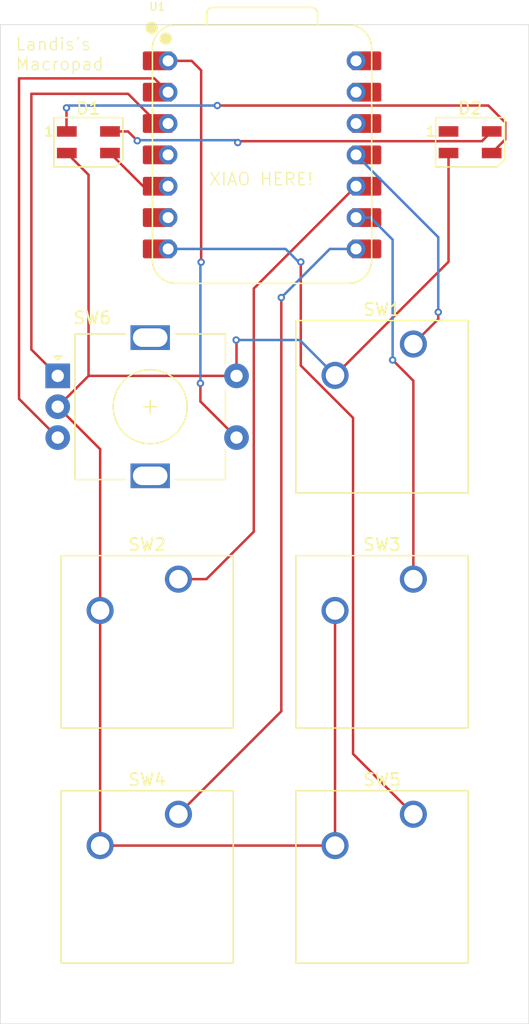
<source format=kicad_pcb>
(kicad_pcb (version 20241229) (generator "pcbnew") (generator_version "9.0")
  (layers (0 "F.Cu" signal) (2 "B.Cu" signal) (13 "F.Paste" user) (15 "B.Paste" user) (5 "F.SilkS" user "F.Silkscreen") (7 "B.SilkS" user "B.Silkscreen") (1 "F.Mask" user) (3 "B.Mask" user) (25 "Edge.Cuts" user))
  (net 0 "")
  (net 1 "+5V")
  (net 2 "GND")
  (net 3 "Net-(D1-DIN)")
  (net 4 "Net-(D1-DOUT)")
  (net 6 "Net-(U1-GPIO3{slash}MOSI)")
  (net 7 "Net-(U1-GPIO4{slash}MISO)")
  (net 8 "Net-(U1-GPIO2{slash}SCK)")
  (net 9 "Net-(U1-GPIO1{slash}RX)")
  (net 10 "Net-(U1-GPIO0{slash}TX)")
  (net 11 "Net-(U1-GPIO28{slash}ADC2{slash}A2)")
  (net 12 "Net-(U1-GPIO27{slash}ADC1{slash}A1)")
  (net 13 "Net-(U1-GPIO26{slash}ADC0{slash}A0)")
  (footprint "Button_Switch_Keyboard:SW_Cherry_MX_1.00u_PCB" (layer "F.Cu") (at 190.65875 118.745)
    (property "Reference" "SW5" (at -2.54 -2.794 0) (layer "F.SilkS"))
    (property "Value" "SW_Push")
    (fp_line (start -9.525 -1.905) (end 4.445 -1.905) (stroke (width 0.12)) (layer "F.SilkS"))
    (fp_line (start -9.525 12.065) (end -9.525 -1.905) (stroke (width 0.12)) (layer "F.SilkS"))
    (fp_line (start 4.445 -1.905) (end 4.445 12.065) (stroke (width 0.12)) (layer "F.SilkS"))
    (fp_line (start 4.445 12.065) (end -9.525 12.065) (stroke (width 0.12)) (layer "F.SilkS"))
    (pad "" np_thru_hole circle (at -7.62 5.08) (size 1.7 1.7) (drill 1.7) (layers "*.Cu" "*.Mask"))
    (pad "" np_thru_hole circle (at -2.54 5.08) (size 4 4) (drill 4) (layers "*.Cu" "*.Mask"))
    (pad "" np_thru_hole circle (at 2.54 5.08) (size 1.7 1.7) (drill 1.7) (layers "*.Cu" "*.Mask"))
    (pad "1" thru_hole circle (at 0 0) (size 2.2 2.2) (drill 1.5) (layers "*.Cu" "*.Mask") (net 10 "Net-(U1-GPIO0{slash}TX)"))
    (pad "2" thru_hole circle (at -6.35 2.54) (size 2.2 2.2) (drill 1.5) (layers "*.Cu" "*.Mask") (net 2 "GND"))
  )
  (footprint "Button_Switch_Keyboard:SW_Cherry_MX_1.00u_PCB" (layer "F.Cu") (at 171.60875 118.745)
    (property "Reference" "SW4" (at -2.54 -2.794 0) (layer "F.SilkS"))
    (property "Value" "SW_Push")
    (fp_line (start -9.525 -1.905) (end 4.445 -1.905) (stroke (width 0.12)) (layer "F.SilkS"))
    (fp_line (start -9.525 12.065) (end -9.525 -1.905) (stroke (width 0.12)) (layer "F.SilkS"))
    (fp_line (start 4.445 -1.905) (end 4.445 12.065) (stroke (width 0.12)) (layer "F.SilkS"))
    (fp_line (start 4.445 12.065) (end -9.525 12.065) (stroke (width 0.12)) (layer "F.SilkS"))
    (pad "" np_thru_hole circle (at -7.62 5.08) (size 1.7 1.7) (drill 1.7) (layers "*.Cu" "*.Mask"))
    (pad "" np_thru_hole circle (at -2.54 5.08) (size 4 4) (drill 4) (layers "*.Cu" "*.Mask"))
    (pad "" np_thru_hole circle (at 2.54 5.08) (size 1.7 1.7) (drill 1.7) (layers "*.Cu" "*.Mask"))
    (pad "1" thru_hole circle (at 0 0) (size 2.2 2.2) (drill 1.5) (layers "*.Cu" "*.Mask") (net 9 "Net-(U1-GPIO1{slash}RX)"))
    (pad "2" thru_hole circle (at -6.35 2.54) (size 2.2 2.2) (drill 1.5) (layers "*.Cu" "*.Mask") (net 2 "GND"))
  )
  (footprint "Button_Switch_Keyboard:SW_Cherry_MX_1.00u_PCB" (layer "F.Cu") (at 171.60875 99.695)
    (property "Reference" "SW2" (at -2.54 -2.794 0) (layer "F.SilkS"))
    (property "Value" "SW_Push")
    (fp_line (start -9.525 -1.905) (end 4.445 -1.905) (stroke (width 0.12)) (layer "F.SilkS"))
    (fp_line (start -9.525 12.065) (end -9.525 -1.905) (stroke (width 0.12)) (layer "F.SilkS"))
    (fp_line (start 4.445 -1.905) (end 4.445 12.065) (stroke (width 0.12)) (layer "F.SilkS"))
    (fp_line (start 4.445 12.065) (end -9.525 12.065) (stroke (width 0.12)) (layer "F.SilkS"))
    (pad "" np_thru_hole circle (at -7.62 5.08) (size 1.7 1.7) (drill 1.7) (layers "*.Cu" "*.Mask"))
    (pad "" np_thru_hole circle (at -2.54 5.08) (size 4 4) (drill 4) (layers "*.Cu" "*.Mask"))
    (pad "" np_thru_hole circle (at 2.54 5.08) (size 1.7 1.7) (drill 1.7) (layers "*.Cu" "*.Mask"))
    (pad "1" thru_hole circle (at 0 0) (size 2.2 2.2) (drill 1.5) (layers "*.Cu" "*.Mask") (net 7 "Net-(U1-GPIO4{slash}MISO)"))
    (pad "2" thru_hole circle (at -6.35 2.54) (size 2.2 2.2) (drill 1.5) (layers "*.Cu" "*.Mask") (net 2 "GND"))
  )
  (footprint "Seeed Studio XIAO Series Library:XIAO-RP2040-DIP" (layer "F.Cu") (at 178.39 65.3185)
    (property "Reference" "U1" (at -8.5 -12 0) (layer "F.SilkS") (effects (font (size 0.635 0.635) (thickness 0.1016))))
    (property "Value" "XIAO-RP2040-DIP")
    (fp_line (start -8.89 8.509) (end -8.89 -8.636) (stroke (width 0.127)) (layer "F.SilkS"))
    (fp_line (start -6.985 10.414) (end 6.985 10.414) (stroke (width 0.127)) (layer "F.SilkS"))
    (fp_line (start -4.495 -10.541) (end -4.491272 -11.451272) (stroke (width 0.127)) (layer "F.SilkS"))
    (fp_line (start -3.991272 -11.951) (end 4.004 -11.951) (stroke (width 0.127)) (layer "F.SilkS"))
    (fp_line (start 4.504 -11.451) (end 4.504 -10.541) (stroke (width 0.127)) (layer "F.SilkS"))
    (fp_line (start 6.985 -10.541) (end -6.985 -10.541) (stroke (width 0.1)) (layer "F.SilkS"))
    (fp_line (start 6.985 -10.541) (end -6.985 -10.541) (stroke (width 0.127)) (layer "F.SilkS"))
    (fp_line (start 8.89 8.509) (end 8.89 -8.636) (stroke (width 0.127)) (layer "F.SilkS"))
    (fp_arc (start -8.89 -8.636) (mid -8.332038 -9.983038) (end -6.985 -10.541) (stroke (width 0.127)) (layer "F.SilkS"))
    (fp_arc (start -6.985 10.414) (mid -8.332038 9.856038) (end -8.89 8.509) (stroke (width 0.127)) (layer "F.SilkS"))
    (fp_arc (start -4.491272 -11.451272) (mid -4.344728 -11.80464) (end -3.991272 -11.951) (stroke (width 0.127)) (layer "F.SilkS"))
    (fp_arc (start 4.004 -11.951) (mid 4.357553 -11.804553) (end 4.504 -11.451) (stroke (width 0.127)) (layer "F.SilkS"))
    (fp_arc (start 6.985 -10.541) (mid 8.332038 -9.983038) (end 8.89 -8.636) (stroke (width 0.127)) (layer "F.SilkS"))
    (fp_arc (start 8.89 8.509) (mid 8.332038 9.856038) (end 6.985 10.414) (stroke (width 0.127)) (layer "F.SilkS"))
    (fp_circle (center -8.95 -10.3) (end -8.95 -10.554) (stroke (width 0.5)) (fill yes) (layer "F.SilkS"))
    (fp_circle (center -7.807 -9.42) (end -7.807 -9.674) (stroke (width 0.5)) (fill yes) (layer "F.SilkS"))
    (pad "1" smd roundrect (at -8.455 -7.62 180) (size 2.432 1.524) (layers "F.Cu" "F.Mask") (roundrect_rratio 0.1) (net 13 "Net-(U1-GPIO26{slash}ADC0{slash}A0)"))
    (pad "1" thru_hole circle (at -7.62 -7.62 180) (size 1.524 1.524) (drill 0.889) (layers "*.Cu" "*.Mask") (net 13 "Net-(U1-GPIO26{slash}ADC0{slash}A0)"))
    (pad "2" smd roundrect (at -8.455 -5.08 180) (size 2.432 1.524) (layers "F.Cu" "F.Mask") (roundrect_rratio 0.1) (net 12 "Net-(U1-GPIO27{slash}ADC1{slash}A1)"))
    (pad "2" thru_hole circle (at -7.62 -5.08 180) (size 1.524 1.524) (drill 0.889) (layers "*.Cu" "*.Mask") (net 12 "Net-(U1-GPIO27{slash}ADC1{slash}A1)"))
    (pad "3" smd roundrect (at -8.455 -2.54 180) (size 2.432 1.524) (layers "F.Cu" "F.Mask") (roundrect_rratio 0.1) (net 11 "Net-(U1-GPIO28{slash}ADC2{slash}A2)"))
    (pad "3" thru_hole circle (at -7.62 -2.54 180) (size 1.524 1.524) (drill 0.889) (layers "*.Cu" "*.Mask") (net 11 "Net-(U1-GPIO28{slash}ADC2{slash}A2)"))
    (pad "4" smd roundrect (at -8.455 0 180) (size 2.432 1.524) (layers "F.Cu" "F.Mask") (roundrect_rratio 0.1))
    (pad "4" thru_hole circle (at -7.62 0 180) (size 1.524 1.524) (drill 0.889) (layers "*.Cu" "*.Mask"))
    (pad "5" smd roundrect (at -8.455 2.54 180) (size 2.432 1.524) (layers "F.Cu" "F.Mask") (roundrect_rratio 0.1) (net 3 "Net-(D1-DIN)"))
    (pad "5" thru_hole circle (at -7.62 2.54 180) (size 1.524 1.524) (drill 0.889) (layers "*.Cu" "*.Mask") (net 3 "Net-(D1-DIN)"))
    (pad "6" smd roundrect (at -8.455 5.08 180) (size 2.432 1.524) (layers "F.Cu" "F.Mask") (roundrect_rratio 0.1))
    (pad "6" thru_hole circle (at -7.62 5.08 180) (size 1.524 1.524) (drill 0.889) (layers "*.Cu" "*.Mask"))
    (pad "7" smd roundrect (at -8.455 7.62 180) (size 2.432 1.524) (layers "F.Cu" "F.Mask") (roundrect_rratio 0.1) (net 10 "Net-(U1-GPIO0{slash}TX)"))
    (pad "7" thru_hole circle (at -7.62 7.62 180) (size 1.524 1.524) (drill 0.889) (layers "*.Cu" "*.Mask") (net 10 "Net-(U1-GPIO0{slash}TX)"))
    (pad "8" thru_hole circle (at 7.62 7.62) (size 1.524 1.524) (drill 0.889) (layers "*.Cu" "*.Mask") (net 9 "Net-(U1-GPIO1{slash}RX)"))
    (pad "8" smd roundrect (at 8.455 7.62) (size 2.432 1.524) (layers "F.Cu" "F.Mask") (roundrect_rratio 0.1) (net 9 "Net-(U1-GPIO1{slash}RX)"))
    (pad "9" thru_hole circle (at 7.62 5.08) (size 1.524 1.524) (drill 0.889) (layers "*.Cu" "*.Mask") (net 8 "Net-(U1-GPIO2{slash}SCK)"))
    (pad "9" smd roundrect (at 8.455 5.08) (size 2.432 1.524) (layers "F.Cu" "F.Mask") (roundrect_rratio 0.1) (net 8 "Net-(U1-GPIO2{slash}SCK)"))
    (pad "10" thru_hole circle (at 7.62 2.54) (size 1.524 1.524) (drill 0.889) (layers "*.Cu" "*.Mask") (net 7 "Net-(U1-GPIO4{slash}MISO)"))
    (pad "10" smd roundrect (at 8.455 2.54) (size 2.432 1.524) (layers "F.Cu" "F.Mask") (roundrect_rratio 0.1) (net 7 "Net-(U1-GPIO4{slash}MISO)"))
    (pad "11" thru_hole circle (at 7.62 0) (size 1.524 1.524) (drill 0.889) (layers "*.Cu" "*.Mask") (net 6 "Net-(U1-GPIO3{slash}MOSI)"))
    (pad "11" smd roundrect (at 8.455 0) (size 2.432 1.524) (layers "F.Cu" "F.Mask") (roundrect_rratio 0.1) (net 6 "Net-(U1-GPIO3{slash}MOSI)"))
    (pad "12" thru_hole circle (at 7.62 -2.54) (size 1.524 1.524) (drill 0.889) (layers "*.Cu" "*.Mask"))
    (pad "12" smd roundrect (at 8.455 -2.54) (size 2.432 1.524) (layers "F.Cu" "F.Mask") (roundrect_rratio 0.1))
    (pad "13" thru_hole circle (at 7.62 -5.08) (size 1.524 1.524) (drill 0.889) (layers "*.Cu" "*.Mask"))
    (pad "13" smd roundrect (at 8.455 -5.08) (size 2.432 1.524) (layers "F.Cu" "F.Mask") (roundrect_rratio 0.1))
    (pad "14" thru_hole circle (at 7.62 -7.62) (size 1.524 1.524) (drill 0.889) (layers "*.Cu" "*.Mask"))
    (pad "14" smd roundrect (at 8.455 -7.62) (size 2.432 1.524) (layers "F.Cu" "F.Mask") (roundrect_rratio 0.1))
  )
  (footprint "LED_SMD:LED_SK6812MINI_PLCC4_3.5x3.5mm_P1.75mm" (layer "F.Cu") (at 164.30625 64.29375)
    (property "Reference" "D1" (at 0 -2.75 0) (layer "F.SilkS"))
    (property "Value" "SK6812MINI")
    (fp_line (start -2.8 -2) (end -2.8 2) (stroke (width 0.12)) (layer "F.SilkS"))
    (fp_line (start -2.8 -2) (end 2.8 -2) (stroke (width 0.12)) (layer "F.SilkS"))
    (fp_line (start -2.8 2) (end 2.2 2) (stroke (width 0.12)) (layer "F.SilkS"))
    (fp_line (start 2.8 1.4) (end 2.2 2) (stroke (width 0.12)) (layer "F.SilkS"))
    (fp_line (start 2.8 1.4) (end 2.8 -2) (stroke (width 0.12)) (layer "F.SilkS"))
    (fp_text user "1" (at -3.2 -0.875 0) (layer "F.SilkS") (effects (font (size 0.8 0.8))))
    (pad "1" smd rect (at -1.75 -0.875) (size 1.6 0.85) (layers "F.Cu" "F.Mask" "F.Paste") (net 4 "Net-(D1-DOUT)"))
    (pad "2" smd rect (at -1.75 0.875) (size 1.6 0.85) (layers "F.Cu" "F.Mask" "F.Paste") (net 2 "GND"))
    (pad "3" smd rect (at 1.75 0.875) (size 1.6 0.85) (layers "F.Cu" "F.Mask" "F.Paste") (net 3 "Net-(D1-DIN)"))
    (pad "4" smd rect (at 1.75 -0.875) (size 1.6 0.85) (layers "F.Cu" "F.Mask" "F.Paste") (net 1 "+5V"))
  )
  (footprint "LED_SMD:LED_SK6812MINI_PLCC4_3.5x3.5mm_P1.75mm" (layer "F.Cu") (at 195.2625 64.29375)
    (property "Reference" "D2" (at 0 -2.75 0) (layer "F.SilkS"))
    (property "Value" "SK6812MINI")
    (fp_line (start -2.8 -2) (end -2.8 2) (stroke (width 0.12)) (layer "F.SilkS"))
    (fp_line (start -2.8 -2) (end 2.8 -2) (stroke (width 0.12)) (layer "F.SilkS"))
    (fp_line (start -2.8 2) (end 2.2 2) (stroke (width 0.12)) (layer "F.SilkS"))
    (fp_line (start 2.8 1.4) (end 2.2 2) (stroke (width 0.12)) (layer "F.SilkS"))
    (fp_line (start 2.8 1.4) (end 2.8 -2) (stroke (width 0.12)) (layer "F.SilkS"))
    (fp_text user "1" (at -3.2 -0.875 0) (layer "F.SilkS") (effects (font (size 0.8 0.8))))
    (pad "1" smd rect (at -1.75 -0.875) (size 1.6 0.85) (layers "F.Cu" "F.Mask" "F.Paste"))
    (pad "2" smd rect (at -1.75 0.875) (size 1.6 0.85) (layers "F.Cu" "F.Mask" "F.Paste") (net 2 "GND"))
    (pad "3" smd rect (at 1.75 0.875) (size 1.6 0.85) (layers "F.Cu" "F.Mask" "F.Paste") (net 4 "Net-(D1-DOUT)"))
    (pad "4" smd rect (at 1.75 -0.875) (size 1.6 0.85) (layers "F.Cu" "F.Mask" "F.Paste") (net 1 "+5V"))
  )
  (footprint "Button_Switch_Keyboard:SW_Cherry_MX_1.00u_PCB" (layer "F.Cu") (at 190.65875 99.695)
    (property "Reference" "SW3" (at -2.54 -2.794 0) (layer "F.SilkS"))
    (property "Value" "SW_Push")
    (fp_line (start -9.525 -1.905) (end 4.445 -1.905) (stroke (width 0.12)) (layer "F.SilkS"))
    (fp_line (start -9.525 12.065) (end -9.525 -1.905) (stroke (width 0.12)) (layer "F.SilkS"))
    (fp_line (start 4.445 -1.905) (end 4.445 12.065) (stroke (width 0.12)) (layer "F.SilkS"))
    (fp_line (start 4.445 12.065) (end -9.525 12.065) (stroke (width 0.12)) (layer "F.SilkS"))
    (pad "" np_thru_hole circle (at -7.62 5.08) (size 1.7 1.7) (drill 1.7) (layers "*.Cu" "*.Mask"))
    (pad "" np_thru_hole circle (at -2.54 5.08) (size 4 4) (drill 4) (layers "*.Cu" "*.Mask"))
    (pad "" np_thru_hole circle (at 2.54 5.08) (size 1.7 1.7) (drill 1.7) (layers "*.Cu" "*.Mask"))
    (pad "1" thru_hole circle (at 0 0) (size 2.2 2.2) (drill 1.5) (layers "*.Cu" "*.Mask") (net 8 "Net-(U1-GPIO2{slash}SCK)"))
    (pad "2" thru_hole circle (at -6.35 2.54) (size 2.2 2.2) (drill 1.5) (layers "*.Cu" "*.Mask") (net 2 "GND"))
  )
  (footprint "Button_Switch_Keyboard:SW_Cherry_MX_1.00u_PCB" (layer "F.Cu") (at 190.65875 80.645)
    (property "Reference" "SW1" (at -2.54 -2.794 0) (layer "F.SilkS"))
    (property "Value" "SW_Push")
    (fp_line (start -9.525 -1.905) (end 4.445 -1.905) (stroke (width 0.12)) (layer "F.SilkS"))
    (fp_line (start -9.525 12.065) (end -9.525 -1.905) (stroke (width 0.12)) (layer "F.SilkS"))
    (fp_line (start 4.445 -1.905) (end 4.445 12.065) (stroke (width 0.12)) (layer "F.SilkS"))
    (fp_line (start 4.445 12.065) (end -9.525 12.065) (stroke (width 0.12)) (layer "F.SilkS"))
    (pad "" np_thru_hole circle (at -7.62 5.08) (size 1.7 1.7) (drill 1.7) (layers "*.Cu" "*.Mask"))
    (pad "" np_thru_hole circle (at -2.54 5.08) (size 4 4) (drill 4) (layers "*.Cu" "*.Mask"))
    (pad "" np_thru_hole circle (at 2.54 5.08) (size 1.7 1.7) (drill 1.7) (layers "*.Cu" "*.Mask"))
    (pad "1" thru_hole circle (at 0 0) (size 2.2 2.2) (drill 1.5) (layers "*.Cu" "*.Mask") (net 6 "Net-(U1-GPIO3{slash}MOSI)"))
    (pad "2" thru_hole circle (at -6.35 2.54) (size 2.2 2.2) (drill 1.5) (layers "*.Cu" "*.Mask") (net 2 "GND"))
  )
  (footprint "Rotary_Encoder:RotaryEncoder_Alps_EC11E-Switch_Vertical_H20mm" (layer "F.Cu") (at 161.81875 83.225)
    (property "Reference" "SW6" (at 2.8 -4.7 0) (layer "F.SilkS"))
    (property "Value" "RotaryEncoder_Switch")
    (fp_line (start -0.3 -1.6) (end 0.3 -1.6) (stroke (width 0.12)) (layer "F.SilkS"))
    (fp_line (start 0 -1.3) (end -0.3 -1.6) (stroke (width 0.12)) (layer "F.SilkS"))
    (fp_line (start 0.3 -1.6) (end 0 -1.3) (stroke (width 0.12)) (layer "F.SilkS"))
    (fp_line (start 1.4 -3.4) (end 1.4 8.4) (stroke (width 0.12)) (layer "F.SilkS"))
    (fp_line (start 5.5 -3.4) (end 1.4 -3.4) (stroke (width 0.12)) (layer "F.SilkS"))
    (fp_line (start 5.5 8.4) (end 1.4 8.4) (stroke (width 0.12)) (layer "F.SilkS"))
    (fp_line (start 7 2.5) (end 8 2.5) (stroke (width 0.12)) (layer "F.SilkS"))
    (fp_line (start 7.5 2) (end 7.5 3) (stroke (width 0.12)) (layer "F.SilkS"))
    (fp_line (start 9.5 -3.4) (end 13.6 -3.4) (stroke (width 0.12)) (layer "F.SilkS"))
    (fp_line (start 13.6 -3.4) (end 13.6 -1) (stroke (width 0.12)) (layer "F.SilkS"))
    (fp_line (start 13.6 1.2) (end 13.6 3.8) (stroke (width 0.12)) (layer "F.SilkS"))
    (fp_line (start 13.6 6) (end 13.6 8.4) (stroke (width 0.12)) (layer "F.SilkS"))
    (fp_line (start 13.6 8.4) (end 9.5 8.4) (stroke (width 0.12)) (layer "F.SilkS"))
    (fp_circle (center 7.5 2.5) (end 10.5 2.5) (stroke (width 0.12)) (fill no) (layer "F.SilkS"))
    (pad "A" thru_hole rect (at 0 0) (size 2 2) (drill 1) (layers "*.Cu" "*.Mask") (net 11 "Net-(U1-GPIO28{slash}ADC2{slash}A2)"))
    (pad "B" thru_hole circle (at 0 5) (size 2 2) (drill 1) (layers "*.Cu" "*.Mask") (net 12 "Net-(U1-GPIO27{slash}ADC1{slash}A1)"))
    (pad "C" thru_hole circle (at 0 2.5) (size 2 2) (drill 1) (layers "*.Cu" "*.Mask") (net 2 "GND"))
    (pad "MP" thru_hole rect (at 7.5 -3.1) (size 3.2 2) (drill oval 2.8 1.5) (layers "*.Cu" "*.Mask"))
    (pad "MP" thru_hole rect (at 7.5 8.1) (size 3.2 2) (drill oval 2.8 1.5) (layers "*.Cu" "*.Mask"))
    (pad "S1" thru_hole circle (at 14.5 5) (size 2 2) (drill 1) (layers "*.Cu" "*.Mask") (net 13 "Net-(U1-GPIO26{slash}ADC0{slash}A0)"))
    (pad "S2" thru_hole circle (at 14.5 0) (size 2 2) (drill 1) (layers "*.Cu" "*.Mask") (net 2 "GND"))
  )
  (gr_rect (start 157.1625 54.76875) (end 200.025 135.73125) (stroke (width 0.05)) (fill no) (layer "Edge.Cuts"))
  (gr_text "XIAO HERE!" (at 174.04 67.87 0) (layer "F.SilkS") (effects (font (size 1 1) (thickness 0.1)) (justify left bottom)))
  (gr_text "Landis's\nMacropad" (at 158.34 58.54 0) (layer "F.SilkS") (effects (font (size 1 1) (thickness 0.1)) (justify left bottom)))
  (segment (start 197.0125 63.41875) (end 196.22125 64.21) (width 0.2) (layer "F.Cu") (net 1))
  (segment (start 196.22125 64.21) (end 176.53 64.21) (width 0.2) (layer "F.Cu") (net 1))
  (segment (start 176.53 64.21) (end 176.42 64.32) (width 0.2) (layer "F.Cu") (net 1))
  (segment (start 168.27 64.17) (end 167.51875 63.41875) (width 0.2) (layer "F.Cu") (net 1))
  (segment (start 167.51875 63.41875) (end 166.05625 63.41875) (width 0.2) (layer "F.Cu") (net 1))
  (via (at 168.27 64.17) (size 0.6) (drill 0.3) (layers "F.Cu" "B.Cu") (net 1))
  (via (at 176.42 64.32) (size 0.6) (drill 0.3) (layers "F.Cu" "B.Cu") (net 1))
  (segment (start 168.87 64.13) (end 168.31 64.13) (width 0.2) (layer "B.Cu") (net 1))
  (segment (start 176.23 64.13) (end 168.87 64.13) (width 0.2) (layer "B.Cu") (net 1))
  (segment (start 176.42 64.32) (end 176.23 64.13) (width 0.2) (layer "B.Cu") (net 1))
  (segment (start 168.31 64.13) (end 168.27 64.17) (width 0.2) (layer "B.Cu") (net 1))
  (segment (start 176.31875 80.34875) (end 176.29 80.32) (width 0.2) (layer "F.Cu") (net 2))
  (segment (start 184.30875 83.185) (end 193.5125 73.98125) (width 0.2) (layer "F.Cu") (net 2))
  (segment (start 161.81875 85.725) (end 164.31875 83.225) (width 0.2) (layer "F.Cu") (net 2))
  (segment (start 176.31875 83.225) (end 176.31875 80.34875) (width 0.2) (layer "F.Cu") (net 2))
  (segment (start 164.31875 66.93125) (end 164.31875 83.225) (width 0.2) (layer "F.Cu") (net 2))
  (segment (start 165.25875 121.285) (end 165.25875 102.235) (width 0.2) (layer "F.Cu") (net 2))
  (segment (start 165.25875 102.235) (end 165.25875 89.165) (width 0.2) (layer "F.Cu") (net 2))
  (segment (start 193.5125 73.98125) (end 193.5125 65.16875) (width 0.2) (layer "F.Cu") (net 2))
  (segment (start 184.30875 121.285) (end 184.30875 102.235) (width 0.2) (layer "F.Cu") (net 2))
  (segment (start 165.25875 121.285) (end 184.30875 121.285) (width 0.2) (layer "F.Cu") (net 2))
  (segment (start 162.55625 65.16875) (end 164.31875 66.93125) (width 0.2) (layer "F.Cu") (net 2))
  (segment (start 165.25875 89.165) (end 161.81875 85.725) (width 0.2) (layer "F.Cu") (net 2))
  (segment (start 165.245 102.235) (end 165.21 102.27) (width 0.2) (layer "F.Cu") (net 2))
  (segment (start 164.31875 83.225) (end 176.31875 83.225) (width 0.2) (layer "F.Cu") (net 2))
  (segment (start 165.25875 102.235) (end 165.245 102.235) (width 0.2) (layer "F.Cu") (net 2))
  (segment (start 193.5125 65.16875) (end 193.46875 65.16875) (width 0.2) (layer "F.Cu") (net 2))
  (via (at 176.29 80.32) (size 0.6) (drill 0.3) (layers "F.Cu" "B.Cu") (net 2))
  (segment (start 181.44375 80.32) (end 184.30875 83.185) (width 0.2) (layer "B.Cu") (net 2))
  (segment (start 176.29 80.32) (end 181.44375 80.32) (width 0.2) (layer "B.Cu") (net 2))
  (segment (start 168.746 67.8585) (end 166.05625 65.16875) (width 0.2) (layer "F.Cu") (net 3))
  (segment (start 170.77 67.8585) (end 168.746 67.8585) (width 0.2) (layer "F.Cu") (net 3))
  (segment (start 198.1135 64.06775) (end 198.1135 62.69275) (width 0.2) (layer "F.Cu") (net 4))
  (segment (start 198.1135 62.69275) (end 196.74075 61.32) (width 0.2) (layer "F.Cu") (net 4))
  (segment (start 162.53 63.3925) (end 162.55625 63.41875) (width 0.2) (layer "F.Cu") (net 4))
  (segment (start 196.74075 61.32) (end 174.76 61.32) (width 0.2) (layer "F.Cu") (net 4))
  (segment (start 197.0125 65.16875) (end 198.1135 64.06775) (width 0.2) (layer "F.Cu") (net 4))
  (segment (start 162.53 61.51) (end 162.53 63.3925) (width 0.2) (layer "F.Cu") (net 4))
  (via (at 162.53 61.51) (size 0.6) (drill 0.3) (layers "F.Cu" "B.Cu") (net 4))
  (via (at 174.76 61.32) (size 0.6) (drill 0.3) (layers "F.Cu" "B.Cu") (net 4))
  (segment (start 174.76 61.32) (end 162.72 61.32) (width 0.2) (layer "B.Cu") (net 4))
  (segment (start 162.72 61.32) (end 162.53 61.51) (width 0.2) (layer "B.Cu") (net 4))
  (segment (start 192.68 78.62375) (end 192.68 78.06) (width 0.2) (layer "F.Cu") (net 6))
  (segment (start 190.65875 80.645) (end 192.68 78.62375) (width 0.2) (layer "F.Cu") (net 6))
  (via (at 192.68 78.06) (size 0.6) (drill 0.3) (layers "F.Cu" "B.Cu") (net 6))
  (segment (start 192.68 71.9885) (end 186.01 65.3185) (width 0.2) (layer "B.Cu") (net 6))
  (segment (start 192.68 78.06) (end 192.68 71.9885) (width 0.2) (layer "B.Cu") (net 6))
  (segment (start 173.875 99.695) (end 171.60875 99.695) (width 0.2) (layer "F.Cu") (net 7))
  (segment (start 171.60875 99.695) (end 171.60875 99.83875) (width 0.2) (layer "F.Cu") (net 7))
  (segment (start 186.01 67.8585) (end 177.72 76.1485) (width 0.2) (layer "F.Cu") (net 7))
  (segment (start 171.60875 99.83875) (end 171.71 99.94) (width 0.2) (layer "F.Cu") (net 7))
  (segment (start 177.72 76.1485) (end 177.72 95.85) (width 0.2) (layer "F.Cu") (net 7))
  (segment (start 177.72 95.85) (end 173.875 99.695) (width 0.2) (layer "F.Cu") (net 7))
  (segment (start 190.65875 83.61875) (end 188.98 81.94) (width 0.2) (layer "F.Cu") (net 8))
  (segment (start 190.65875 99.695) (end 190.65875 83.61875) (width 0.2) (layer "F.Cu") (net 8))
  (via (at 188.98 81.94) (size 0.6) (drill 0.3) (layers "F.Cu" "B.Cu") (net 8))
  (segment (start 188.98 72.19) (end 187.1885 70.3985) (width 0.2) (layer "B.Cu") (net 8))
  (segment (start 188.98 81.94) (end 188.98 72.19) (width 0.2) (layer "B.Cu") (net 8))
  (segment (start 187.1885 70.3985) (end 186.01 70.3985) (width 0.2) (layer "B.Cu") (net 8))
  (segment (start 179.95 110.40375) (end 179.95 76.88) (width 0.2) (layer "F.Cu") (net 9))
  (segment (start 171.60875 118.745) (end 179.95 110.40375) (width 0.2) (layer "F.Cu") (net 9))
  (via (at 179.95 76.88) (size 0.6) (drill 0.3) (layers "F.Cu" "B.Cu") (net 9))
  (segment (start 179.95 76.88) (end 183.8915 72.9385) (width 0.2) (layer "B.Cu") (net 9))
  (segment (start 183.8915 72.9385) (end 186.01 72.9385) (width 0.2) (layer "B.Cu") (net 9))
  (segment (start 190.65875 118.745) (end 185.76775 113.854) (width 0.2) (layer "F.Cu") (net 10))
  (segment (start 185.76775 113.854) (end 185.76775 86.625314) (width 0.2) (layer "F.Cu") (net 10))
  (segment (start 181.53 82.387564) (end 181.53 73.99) (width 0.2) (layer "F.Cu") (net 10))
  (segment (start 185.76775 86.625314) (end 181.53 82.387564) (width 0.2) (layer "F.Cu") (net 10))
  (via (at 181.53 73.99) (size 0.6) (drill 0.3) (layers "F.Cu" "B.Cu") (net 10))
  (segment (start 180.2985 72.9385) (end 170.77 72.9385) (width 0.2) (layer "B.Cu") (net 10))
  (segment (start 181.53 73.99) (end 181.35 73.99) (width 0.2) (layer "B.Cu") (net 10))
  (segment (start 181.35 73.99) (end 180.2985 72.9385) (width 0.2) (layer "B.Cu") (net 10))
  (segment (start 161.81875 83.225) (end 159.68 81.08625) (width 0.2) (layer "F.Cu") (net 11))
  (segment (start 167.5265 60.37) (end 169.935 62.7785) (width 0.2) (layer "F.Cu") (net 11))
  (segment (start 159.68 81.08625) (end 159.68 60.37) (width 0.2) (layer "F.Cu") (net 11))
  (segment (start 159.68 60.37) (end 167.5265 60.37) (width 0.2) (layer "F.Cu") (net 11))
  (segment (start 161.81875 88.225) (end 158.68 85.08625) (width 0.2) (layer "F.Cu") (net 12))
  (segment (start 169.6515 59.12) (end 170.77 60.2385) (width 0.2) (layer "F.Cu") (net 12))
  (segment (start 158.68 59.12) (end 169.6515 59.12) (width 0.2) (layer "F.Cu") (net 12))
  (segment (start 158.68 85.08625) (end 158.68 59.12) (width 0.2) (layer "F.Cu") (net 12))
  (segment (start 172.6785 57.6985) (end 170.77 57.6985) (width 0.2) (layer "F.Cu") (net 13))
  (segment (start 173.45 74.01) (end 173.45 58.47) (width 0.2) (layer "F.Cu") (net 13))
  (segment (start 176.31875 88.225) (end 173.39 85.29625) (width 0.2) (layer "F.Cu") (net 13))
  (segment (start 173.39 85.29625) (end 173.39 83.825) (width 0.2) (layer "F.Cu") (net 13))
  (segment (start 173.45 58.47) (end 172.6785 57.6985) (width 0.2) (layer "F.Cu") (net 13))
  (via (at 173.39 83.825) (size 0.6) (drill 0.3) (layers "F.Cu" "B.Cu") (net 13))
  (via (at 173.45 74.01) (size 0.6) (drill 0.3) (layers "F.Cu" "B.Cu") (net 13))
  (segment (start 173.39 83.825) (end 173.39 74.07) (width 0.2) (layer "B.Cu") (net 13))
  (segment (start 173.39 74.07) (end 173.45 74.01) (width 0.2) (layer "B.Cu") (net 13))
)
</source>
